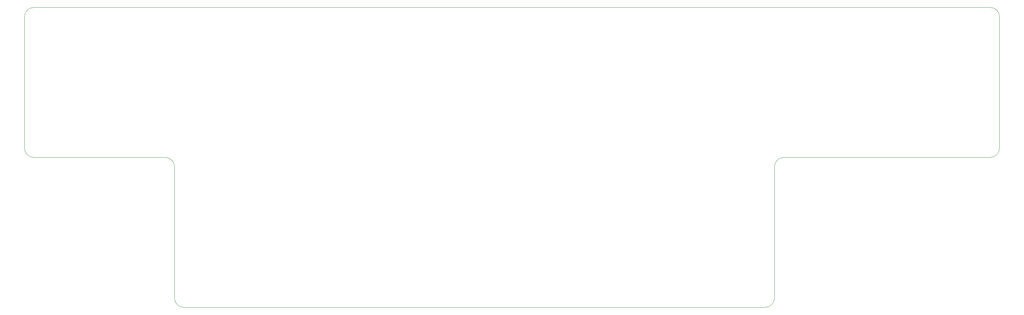
<source format=gm1>
G04 #@! TF.GenerationSoftware,KiCad,Pcbnew,(6.0.0-0)*
G04 #@! TF.CreationDate,2022-03-08T07:19:16-08:00*
G04 #@! TF.ProjectId,unisplit_orthosteno,756e6973-706c-4697-945f-6f7274686f73,rev?*
G04 #@! TF.SameCoordinates,Original*
G04 #@! TF.FileFunction,Profile,NP*
%FSLAX46Y46*%
G04 Gerber Fmt 4.6, Leading zero omitted, Abs format (unit mm)*
G04 Created by KiCad (PCBNEW (6.0.0-0)) date 2022-03-08 07:19:16*
%MOMM*%
%LPD*%
G01*
G04 APERTURE LIST*
G04 #@! TA.AperFunction,Profile*
%ADD10C,0.050000*%
G04 #@! TD*
G04 APERTURE END LIST*
D10*
X27781250Y-62706250D02*
X27781250Y-96043750D01*
X275431250Y-96043750D02*
X275431250Y-62706250D01*
X273050000Y-60325000D02*
X30162500Y-60325000D01*
X30162500Y-98425000D02*
X63500000Y-98425000D01*
X65881250Y-100806250D02*
X65881250Y-134143750D01*
X68262500Y-136525000D02*
X215900000Y-136525000D01*
X218281250Y-134143750D02*
X218281250Y-100806250D01*
X220662500Y-98425000D02*
X273050000Y-98425000D01*
X65881250Y-134143750D02*
G75*
G03*
X68262500Y-136525000I2381250J0D01*
G01*
X30162500Y-60325000D02*
G75*
G03*
X27781250Y-62706250I0J-2381250D01*
G01*
X275431250Y-62706250D02*
G75*
G03*
X273050000Y-60325000I-2381250J0D01*
G01*
X273050000Y-98425000D02*
G75*
G03*
X275431250Y-96043750I0J2381250D01*
G01*
X27781250Y-96043750D02*
G75*
G03*
X30162500Y-98425000I2381250J0D01*
G01*
X65881250Y-100806250D02*
G75*
G03*
X63500000Y-98425000I-2381250J0D01*
G01*
X220662500Y-98425000D02*
G75*
G03*
X218281250Y-100806250I0J-2381250D01*
G01*
X215900000Y-136525000D02*
G75*
G03*
X218281250Y-134143750I0J2381250D01*
G01*
M02*

</source>
